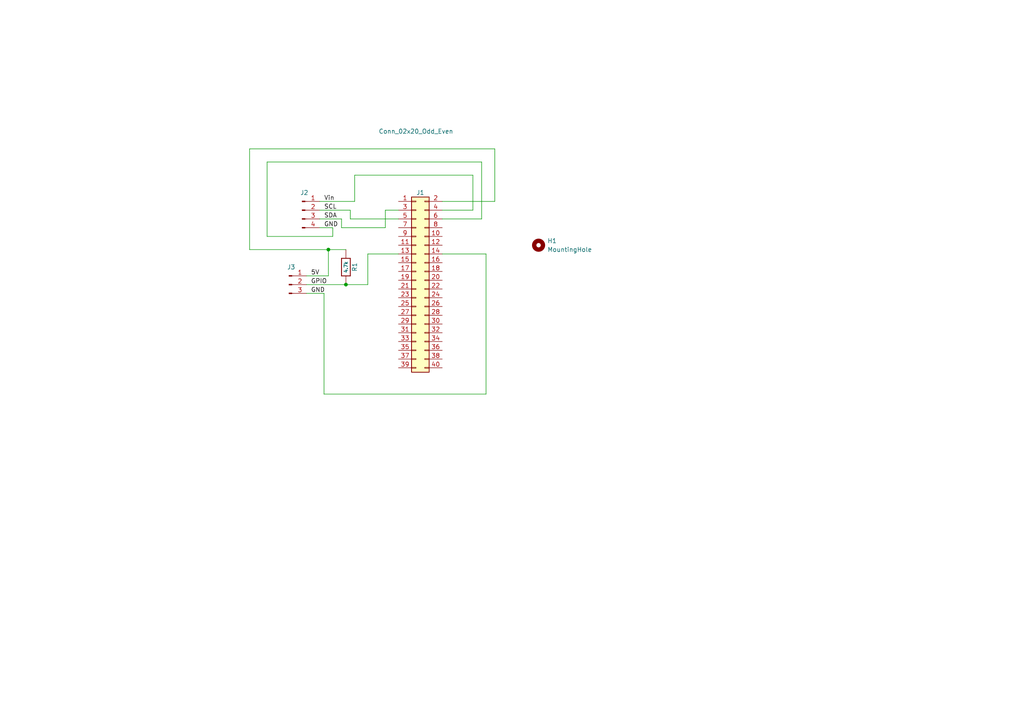
<source format=kicad_sch>
(kicad_sch (version 20230121) (generator eeschema)
  (paper "A4")
  (lib_symbols
    (symbol "Adafruit MOSFET Driver STEMMA Breakout-eagle-import:RESISTOR_0603_NOOUT"
      (property "Reference" "R" (at 0 2.54 0))
      (property "Value" "RESISTOR_0603_NOOUT" (at 0 0 0))
      (symbol "RESISTOR_0603_NOOUT_1_0"
        (polyline (pts (xy -2.54 -1.27) (xy -2.54 1.27)) (stroke (width 0.254)))
        (polyline (pts (xy -2.54 1.27) (xy 2.54 1.27)) (stroke (width 0.254)))
        (polyline (pts (xy 2.54 -1.27) (xy -2.54 -1.27)) (stroke (width 0.254)))
        (polyline (pts (xy 2.54 1.27) (xy 2.54 -1.27)) (stroke (width 0.254)))
        (pin passive line (at -5.08 0 0) (length 2.54) (name "1") (number "1"))
        (pin passive line (at 5.08 0 180) (length 2.54) (name "2") (number "2"))
      )
    )
    (symbol "Connector:Conn_01x03_Pin" (pin_names (offset 1.016) hide)
      (property "Reference" "J" (at 0 5.08 0))
      (property "Value" "Conn_01x03_Pin" (at 0 -5.08 0))
      (symbol "Conn_01x03_Pin_1_1"
        (polyline (pts (xy 1.27 -2.54) (xy 0.8636 -2.54)) (stroke (width 0.1524)))
        (polyline (pts (xy 1.27 0) (xy 0.8636 0)) (stroke (width 0.1524)))
        (polyline (pts (xy 1.27 2.54) (xy 0.8636 2.54)) (stroke (width 0.1524)))
        (rectangle (start 0.8636 -2.413) (end 0 -2.667) (stroke (width 0.1524)) (fill (type outline)))
        (rectangle (start 0.8636 0.127) (end 0 -0.127) (stroke (width 0.1524)) (fill (type outline)))
        (rectangle (start 0.8636 2.667) (end 0 2.413) (stroke (width 0.1524)) (fill (type outline)))
        (pin passive line (at 5.08 2.54 180) (length 3.81) (name "Pin_1") (number "1"))
        (pin passive line (at 5.08 0 180) (length 3.81) (name "Pin_2") (number "2"))
        (pin passive line (at 5.08 -2.54 180) (length 3.81) (name "Pin_3") (number "3"))
      )
    )
    (symbol "Connector:Conn_01x04_Pin" (pin_names (offset 1.016) hide)
      (property "Reference" "J" (at 0 5.08 0))
      (property "Value" "Conn_01x04_Pin" (at 0 -7.62 0))
      (symbol "Conn_01x04_Pin_1_1"
        (polyline (pts (xy 1.27 -5.08) (xy 0.8636 -5.08)) (stroke (width 0.1524)))
        (polyline (pts (xy 1.27 -2.54) (xy 0.8636 -2.54)) (stroke (width 0.1524)))
        (polyline (pts (xy 1.27 0) (xy 0.8636 0)) (stroke (width 0.1524)))
        (polyline (pts (xy 1.27 2.54) (xy 0.8636 2.54)) (stroke (width 0.1524)))
        (rectangle (start 0.8636 -4.953) (end 0 -5.207) (stroke (width 0.1524)) (fill (type outline)))
        (rectangle (start 0.8636 -2.413) (end 0 -2.667) (stroke (width 0.1524)) (fill (type outline)))
        (rectangle (start 0.8636 0.127) (end 0 -0.127) (stroke (width 0.1524)) (fill (type outline)))
        (rectangle (start 0.8636 2.667) (end 0 2.413) (stroke (width 0.1524)) (fill (type outline)))
        (pin passive line (at 5.08 2.54 180) (length 3.81) (name "Pin_1") (number "1"))
        (pin passive line (at 5.08 0 180) (length 3.81) (name "Pin_2") (number "2"))
        (pin passive line (at 5.08 -2.54 180) (length 3.81) (name "Pin_3") (number "3"))
        (pin passive line (at 5.08 -5.08 180) (length 3.81) (name "Pin_4") (number "4"))
      )
    )
    (symbol "Connector_Generic:Conn_02x20_Odd_Even" (pin_names (offset 1.016) hide)
      (property "Reference" "J" (at 1.27 25.4 0))
      (property "Value" "Conn_02x20_Odd_Even" (at 1.27 -27.94 0))
      (symbol "Conn_02x20_Odd_Even_1_1"
        (rectangle (start -1.27 -25.273) (end 0 -25.527) (stroke (width 0.1524)))
        (rectangle (start -1.27 -22.733) (end 0 -22.987) (stroke (width 0.1524)))
        (rectangle (start -1.27 -20.193) (end 0 -20.447) (stroke (width 0.1524)))
        (rectangle (start -1.27 -17.653) (end 0 -17.907) (stroke (width 0.1524)))
        (rectangle (start -1.27 -15.113) (end 0 -15.367) (stroke (width 0.1524)))
        (rectangle (start -1.27 -12.573) (end 0 -12.827) (stroke (width 0.1524)))
        (rectangle (start -1.27 -10.033) (end 0 -10.287) (stroke (width 0.1524)))
        (rectangle (start -1.27 -7.493) (end 0 -7.747) (stroke (width 0.1524)))
        (rectangle (start -1.27 -4.953) (end 0 -5.207) (stroke (width 0.1524)))
        (rectangle (start -1.27 -2.413) (end 0 -2.667) (stroke (width 0.1524)))
        (rectangle (start -1.27 0.127) (end 0 -0.127) (stroke (width 0.1524)))
        (rectangle (start -1.27 2.667) (end 0 2.413) (stroke (width 0.1524)))
        (rectangle (start -1.27 5.207) (end 0 4.953) (stroke (width 0.1524)))
        (rectangle (start -1.27 7.747) (end 0 7.493) (stroke (width 0.1524)))
        (rectangle (start -1.27 10.287) (end 0 10.033) (stroke (width 0.1524)))
        (rectangle (start -1.27 12.827) (end 0 12.573) (stroke (width 0.1524)))
        (rectangle (start -1.27 15.367) (end 0 15.113) (stroke (width 0.1524)))
        (rectangle (start -1.27 17.907) (end 0 17.653) (stroke (width 0.1524)))
        (rectangle (start -1.27 20.447) (end 0 20.193) (stroke (width 0.1524)))
        (rectangle (start -1.27 22.987) (end 0 22.733) (stroke (width 0.1524)))
        (rectangle (start -1.27 24.13) (end 3.81 -26.67) (stroke (width 0.254)) (fill (type background)))
        (rectangle (start 3.81 -25.273) (end 2.54 -25.527) (stroke (width 0.1524)))
        (rectangle (start 3.81 -22.733) (end 2.54 -22.987) (stroke (width 0.1524)))
        (rectangle (start 3.81 -20.193) (end 2.54 -20.447) (stroke (width 0.1524)))
        (rectangle (start 3.81 -17.653) (end 2.54 -17.907) (stroke (width 0.1524)))
        (rectangle (start 3.81 -15.113) (end 2.54 -15.367) (stroke (width 0.1524)))
        (rectangle (start 3.81 -12.573) (end 2.54 -12.827) (stroke (width 0.1524)))
        (rectangle (start 3.81 -10.033) (end 2.54 -10.287) (stroke (width 0.1524)))
        (rectangle (start 3.81 -7.493) (end 2.54 -7.747) (stroke (width 0.1524)))
        (rectangle (start 3.81 -4.953) (end 2.54 -5.207) (stroke (width 0.1524)))
        (rectangle (start 3.81 -2.413) (end 2.54 -2.667) (stroke (width 0.1524)))
        (rectangle (start 3.81 0.127) (end 2.54 -0.127) (stroke (width 0.1524)))
        (rectangle (start 3.81 2.667) (end 2.54 2.413) (stroke (width 0.1524)))
        (rectangle (start 3.81 5.207) (end 2.54 4.953) (stroke (width 0.1524)))
        (rectangle (start 3.81 7.747) (end 2.54 7.493) (stroke (width 0.1524)))
        (rectangle (start 3.81 10.287) (end 2.54 10.033) (stroke (width 0.1524)))
        (rectangle (start 3.81 12.827) (end 2.54 12.573) (stroke (width 0.1524)))
        (rectangle (start 3.81 15.367) (end 2.54 15.113) (stroke (width 0.1524)))
        (rectangle (start 3.81 17.907) (end 2.54 17.653) (stroke (width 0.1524)))
        (rectangle (start 3.81 20.447) (end 2.54 20.193) (stroke (width 0.1524)))
        (rectangle (start 3.81 22.987) (end 2.54 22.733) (stroke (width 0.1524)))
        (pin passive line (at -5.08 22.86 0) (length 3.81) (name "Pin_1") (number "1"))
        (pin passive line (at 7.62 12.7 180) (length 3.81) (name "Pin_10") (number "10"))
        (pin passive line (at -5.08 10.16 0) (length 3.81) (name "Pin_11") (number "11"))
        (pin passive line (at 7.62 10.16 180) (length 3.81) (name "Pin_12") (number "12"))
        (pin passive line (at -5.08 7.62 0) (length 3.81) (name "Pin_13") (number "13"))
        (pin passive line (at 7.62 7.62 180) (length 3.81) (name "Pin_14") (number "14"))
        (pin passive line (at -5.08 5.08 0) (length 3.81) (name "Pin_15") (number "15"))
        (pin passive line (at 7.62 5.08 180) (length 3.81) (name "Pin_16") (number "16"))
        (pin passive line (at -5.08 2.54 0) (length 3.81) (name "Pin_17") (number "17"))
        (pin passive line (at 7.62 2.54 180) (length 3.81) (name "Pin_18") (number "18"))
        (pin passive line (at -5.08 0 0) (length 3.81) (name "Pin_19") (number "19"))
        (pin passive line (at 7.62 22.86 180) (length 3.81) (name "Pin_2") (number "2"))
        (pin passive line (at 7.62 0 180) (length 3.81) (name "Pin_20") (number "20"))
        (pin passive line (at -5.08 -2.54 0) (length 3.81) (name "Pin_21") (number "21"))
        (pin passive line (at 7.62 -2.54 180) (length 3.81) (name "Pin_22") (number "22"))
        (pin passive line (at -5.08 -5.08 0) (length 3.81) (name "Pin_23") (number "23"))
        (pin passive line (at 7.62 -5.08 180) (length 3.81) (name "Pin_24") (number "24"))
        (pin passive line (at -5.08 -7.62 0) (length 3.81) (name "Pin_25") (number "25"))
        (pin passive line (at 7.62 -7.62 180) (length 3.81) (name "Pin_26") (number "26"))
        (pin passive line (at -5.08 -10.16 0) (length 3.81) (name "Pin_27") (number "27"))
        (pin passive line (at 7.62 -10.16 180) (length 3.81) (name "Pin_28") (number "28"))
        (pin passive line (at -5.08 -12.7 0) (length 3.81) (name "Pin_29") (number "29"))
        (pin passive line (at -5.08 20.32 0) (length 3.81) (name "Pin_3") (number "3"))
        (pin passive line (at 7.62 -12.7 180) (length 3.81) (name "Pin_30") (number "30"))
        (pin passive line (at -5.08 -15.24 0) (length 3.81) (name "Pin_31") (number "31"))
        (pin passive line (at 7.62 -15.24 180) (length 3.81) (name "Pin_32") (number "32"))
        (pin passive line (at -5.08 -17.78 0) (length 3.81) (name "Pin_33") (number "33"))
        (pin passive line (at 7.62 -17.78 180) (length 3.81) (name "Pin_34") (number "34"))
        (pin passive line (at -5.08 -20.32 0) (length 3.81) (name "Pin_35") (number "35"))
        (pin passive line (at 7.62 -20.32 180) (length 3.81) (name "Pin_36") (number "36"))
        (pin passive line (at -5.08 -22.86 0) (length 3.81) (name "Pin_37") (number "37"))
        (pin passive line (at 7.62 -22.86 180) (length 3.81) (name "Pin_38") (number "38"))
        (pin passive line (at -5.08 -25.4 0) (length 3.81) (name "Pin_39") (number "39"))
        (pin passive line (at 7.62 20.32 180) (length 3.81) (name "Pin_4") (number "4"))
        (pin passive line (at 7.62 -25.4 180) (length 3.81) (name "Pin_40") (number "40"))
        (pin passive line (at -5.08 17.78 0) (length 3.81) (name "Pin_5") (number "5"))
        (pin passive line (at 7.62 17.78 180) (length 3.81) (name "Pin_6") (number "6"))
        (pin passive line (at -5.08 15.24 0) (length 3.81) (name "Pin_7") (number "7"))
        (pin passive line (at 7.62 15.24 180) (length 3.81) (name "Pin_8") (number "8"))
        (pin passive line (at -5.08 12.7 0) (length 3.81) (name "Pin_9") (number "9"))
      )
    )
    (symbol "Mechanical:MountingHole" (pin_names (offset 1.016))
      (property "Reference" "H" (at 0 5.08 0))
      (property "Value" "MountingHole" (at 0 3.175 0))
      (symbol "MountingHole_0_1"
        (circle (center 0 0) (radius 1.27) (stroke (width 1.27)))
      )
    )
  )
  (junction (at 100.33 82.55))
  (junction (at 95.25 72.39))
  (wire (pts (xy 101.6 63.5) (xy 115.57 63.5)))
  (wire (pts (xy 96.52 66.04) (xy 92.71 66.04)))
  (wire (pts (xy 88.9 82.55) (xy 100.33 82.55)))
  (wire (pts (xy 106.68 82.55) (xy 106.68 73.66)))
  (wire (pts (xy 143.51 43.18) (xy 143.51 58.42)))
  (wire (pts (xy 128.27 58.42) (xy 143.51 58.42)))
  (wire (pts (xy 77.47 68.58) (xy 77.47 46.99)))
  (wire (pts (xy 137.16 60.96) (xy 128.27 60.96)))
  (wire (pts (xy 140.97 114.3) (xy 140.97 73.66)))
  (wire (pts (xy 95.25 72.39) (xy 72.39 72.39)))
  (wire (pts (xy 72.39 72.39) (xy 72.39 43.18)))
  (wire (pts (xy 102.87 50.8) (xy 137.16 50.8)))
  (wire (pts (xy 92.71 60.96) (xy 101.6 60.96)))
  (wire (pts (xy 111.76 66.04) (xy 111.76 60.96)))
  (wire (pts (xy 128.27 73.66) (xy 140.97 73.66)))
  (wire (pts (xy 102.87 58.42) (xy 102.87 50.8)))
  (wire (pts (xy 111.76 60.96) (xy 115.57 60.96)))
  (wire (pts (xy 77.47 46.99) (xy 139.7 46.99)))
  (wire (pts (xy 99.06 63.5) (xy 99.06 66.04)))
  (wire (pts (xy 96.52 68.58) (xy 77.47 68.58)))
  (wire (pts (xy 93.98 114.3) (xy 140.97 114.3)))
  (wire (pts (xy 92.71 63.5) (xy 99.06 63.5)))
  (wire (pts (xy 93.98 85.09) (xy 88.9 85.09)))
  (wire (pts (xy 95.25 80.01) (xy 95.25 72.39)))
  (wire (pts (xy 139.7 46.99) (xy 139.7 63.5)))
  (wire (pts (xy 137.16 50.8) (xy 137.16 60.96)))
  (wire (pts (xy 95.25 72.39) (xy 100.33 72.39)))
  (wire (pts (xy 93.98 85.09) (xy 93.98 114.3)))
  (wire (pts (xy 101.6 60.96) (xy 101.6 63.5)))
  (wire (pts (xy 96.52 66.04) (xy 96.52 68.58)))
  (wire (pts (xy 139.7 63.5) (xy 128.27 63.5)))
  (wire (pts (xy 92.71 58.42) (xy 102.87 58.42)))
  (wire (pts (xy 88.9 80.01) (xy 95.25 80.01)))
  (wire (pts (xy 72.39 43.18) (xy 143.51 43.18)))
  (wire (pts (xy 100.33 82.55) (xy 106.68 82.55)))
  (wire (pts (xy 99.06 66.04) (xy 111.76 66.04)))
  (wire (pts (xy 106.68 73.66) (xy 115.57 73.66)))
  (label "GPIO " (at 90.17 82.55 0))
  (label "SDA" (at 93.98 63.5 0))
  (label "5V" (at 90.17 80.01 0))
  (label "Vin" (at 93.98 58.42 0))
  (label "GND" (at 90.17 85.09 0))
  (label "GND" (at 93.98 66.04 0))
  (label "SCL" (at 93.98 60.96 0))
  (symbol (lib_id "Connector:Conn_01x04_Pin") (at 87.63 60.96 0) (unit 1)
    (property "Reference" "J2" (at 88.265 55.88 0))
    (property "Value" "Conn_01x04_Pin" (effects hide))
    (property "Footprint" "Connector_PinHeader_2.54mm:PinHeader_1x04_P2.54mm_Vertical" (effects hide))
  )
  (symbol (lib_id "Connector_Generic:Conn_02x20_Odd_Even") (at 120.65 81.28 0) (unit 1)
    (property "Reference" "J1" (at 121.92 55.88 0))
    (property "Value" "Conn_02x20_Odd_Even" (at 120.65 38.1 0))
    (property "Footprint" "Connector_PinSocket_2.54mm:PinSocket_2x20_P2.54mm_Vertical" (effects hide))
  )
  (symbol (lib_id "Mechanical:MountingHole") (at 156.21 71.12 0) (unit 1)
    (property "Reference" "H1" (at 158.75 69.85 0) (effects (justify left)))
    (property "Value" "MountingHole" (at 158.75 72.39 0) (effects (justify left)))
    (property "Footprint" "MountingHole:MountingHole_3.2mm_M3" (effects hide))
  )
  (symbol (lib_id "Connector:Conn_01x03_Pin") (at 83.82 82.55 0) (unit 1)
    (property "Reference" "J3" (at 84.455 77.47 0))
    (property "Value" "Conn_01x03_Pin" (effects hide))
    (property "Footprint" "Connector_PinHeader_2.54mm:PinHeader_1x03_P2.54mm_Vertical" (effects hide))
  )
  (symbol (lib_id "Adafruit MOSFET Driver STEMMA Breakout-eagle-import:RESISTOR_0603_NOOUT") (at 100.33 77.47 270) (unit 1)
    (property "Reference" "R1" (at 102.87 77.47 0))
    (property "Value" "4.7k" (at 100.33 77.47 0) (effects (font (size 1.016 1.016) bold)))
    (property "Footprint" "Resistor_THT:R_Axial_DIN0207_L6.3mm_D2.5mm_P10.16mm_Horizontal" (effects hide))
  )
)
</source>
